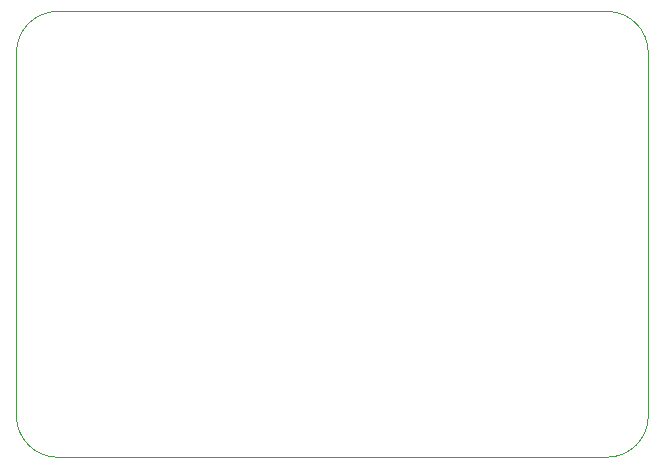
<source format=gbr>
%TF.GenerationSoftware,KiCad,Pcbnew,9.0.3*%
%TF.CreationDate,2025-08-18T13:56:50-05:00*%
%TF.ProjectId,PeripheralSOM,50657269-7068-4657-9261-6c534f4d2e6b,rev?*%
%TF.SameCoordinates,Original*%
%TF.FileFunction,Profile,NP*%
%FSLAX46Y46*%
G04 Gerber Fmt 4.6, Leading zero omitted, Abs format (unit mm)*
G04 Created by KiCad (PCBNEW 9.0.3) date 2025-08-18 13:56:50*
%MOMM*%
%LPD*%
G01*
G04 APERTURE LIST*
%TA.AperFunction,Profile*%
%ADD10C,0.100000*%
%TD*%
G04 APERTURE END LIST*
D10*
X162750000Y-77750000D02*
X162750000Y-108500000D01*
X112750000Y-74250000D02*
X159250000Y-74250000D01*
X162750000Y-108500000D02*
G75*
G02*
X159250000Y-112000000I-3500000J0D01*
G01*
X159250000Y-74250000D02*
G75*
G02*
X162750000Y-77750000I0J-3500000D01*
G01*
X112750000Y-112000000D02*
G75*
G02*
X109250000Y-108500000I0J3500000D01*
G01*
X109250000Y-108500000D02*
X109250000Y-77750000D01*
X159250000Y-112000000D02*
X112750000Y-112000000D01*
X109250000Y-77750000D02*
G75*
G02*
X112750000Y-74250000I3500000J0D01*
G01*
M02*

</source>
